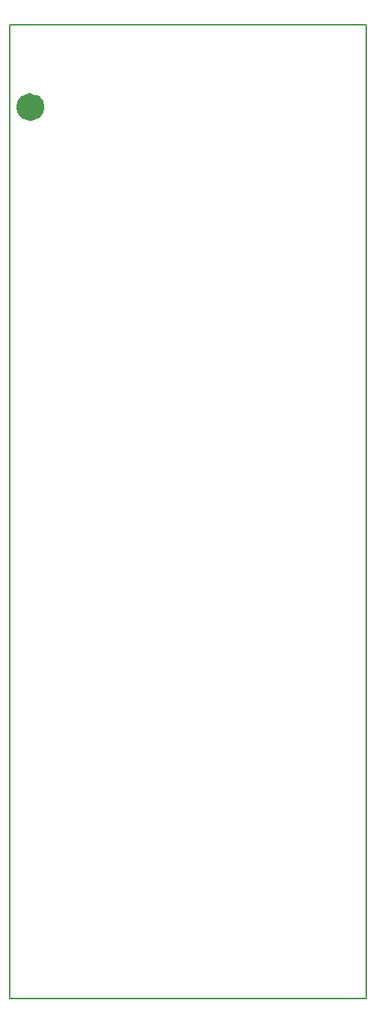
<source format=gbr>
%TF.GenerationSoftware,KiCad,Pcbnew,7.0.9-7.0.9~ubuntu22.04.1*%
%TF.CreationDate,2024-02-03T20:02:18-05:00*%
%TF.ProjectId,deca-ring-counter,64656361-2d72-4696-9e67-2d636f756e74,rev?*%
%TF.SameCoordinates,Original*%
%TF.FileFunction,Profile,NP*%
%FSLAX46Y46*%
G04 Gerber Fmt 4.6, Leading zero omitted, Abs format (unit mm)*
G04 Created by KiCad (PCBNEW 7.0.9-7.0.9~ubuntu22.04.1) date 2024-02-03 20:02:18*
%MOMM*%
%LPD*%
G01*
G04 APERTURE LIST*
%TA.AperFunction,Profile*%
%ADD10C,1.578330*%
%TD*%
%TA.AperFunction,Profile*%
%ADD11C,0.200000*%
%TD*%
G04 APERTURE END LIST*
D10*
X152219165Y-50238031D02*
G75*
G03*
X152219165Y-50238031I-789165J0D01*
G01*
D11*
X149110000Y-40947531D02*
X189410000Y-40947531D01*
X189410000Y-150947531D01*
X149110000Y-150947531D01*
X149110000Y-40947531D01*
M02*

</source>
